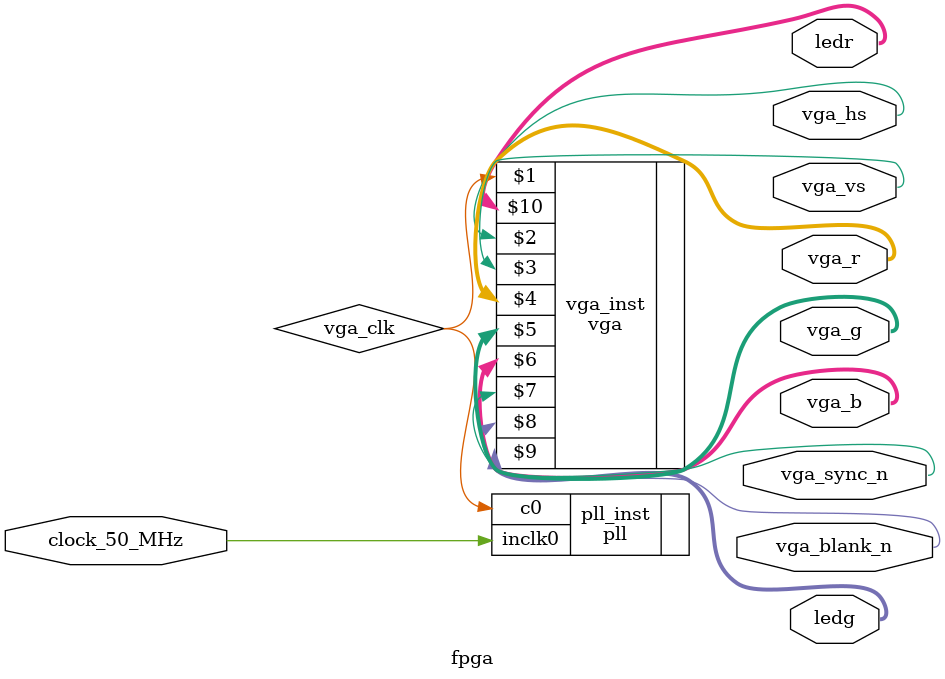
<source format=v>
module fpga(input  wire        clock_50_MHz,
            output wire        vga_hs,
            output wire        vga_vs,
            output wire [7:0]  vga_r,
            output wire [7:0]  vga_g,
            output wire [7:0]  vga_b,
            output wire        vga_sync_n,
            output wire        vga_blank_n,

            output wire [7:0]  ledg,
            output wire [17:0] ledr);


   pll pll_inst(.inclk0(clock_50_MHz),
                .c0(vga_clk));

   vga vga_inst(vga_clk,
                vga_hs,
                vga_vs,
                vga_r,
                vga_g,
                vga_b,
                vga_sync_n,
                vga_blank_n,

                ledg,
                ledr);
endmodule

</source>
